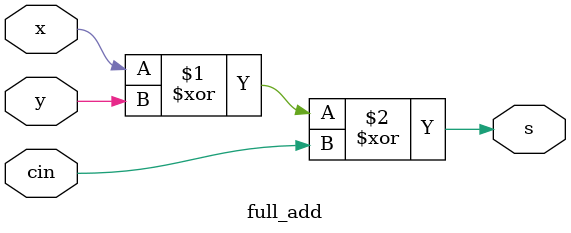
<source format=v>
module processor(clock, reset, ps2_key_pressed, bird_y, pipe1_x, pipe1_y, pipe2_x, pipe2_y, gameover_flag, game_score);

	input clock, reset, ps2_key_pressed;
	
	output [31:0] bird_y, pipe1_x, pipe1_y, pipe2_x, pipe2_y, game_score;
	
	output gameover_flag;
	
	wire [31:0] gameover_flag_long;

	// imem inputs - use this wire for your processor as input to your imem
	wire [31:0] pc;
	
	// dmem inputs - use these wires for your processor as inputs to your dmem
	wire [31:0] dmem_data_in;
	wire [31:0] dmem_address;
	
	
//	output [31:0] debug_data_in;
//	output [11:0] debug_data_address;
	
	// ~~~~~~~~~~~~~~~~~~~~FETCH~~~~~~~~~~~~~~~~~~~~~~~~~~
	
	wire [31:0] pcin;
	wire stall, multdiv_inprogress, dmultordiv;
	register pcreg(clock, ~(multdiv_inprogress | stall | dmultordiv), reset, pcin, pc);
	
	wire [31:0] imemout; 
	// see below for imem instantiation
	
	wire [31:0] FDIRin, FDIRout;
	wire [31:0] fetchstallmuxout;
	wire dobranchjump;
	
	wire [31:0] branchjumppc;
	
	
	wire [31:0] nop;
	assign nop = 32'b0;

	
	wire [31:0] pcplusone;
	
	cla32mult pcincrement(pc, 32'b0, 1'b1, pcplusone);

	mux32bit2to1 pickbranchjumppc(pcplusone, branchjumppc, dobranchjump, pcin);
	
	// F/D pipeline register
	wire [31:0] FDPCin, FDPCout;
	assign FDPCin = pcplusone;
	
	wire didbranchjump;
	dffe branchjumpflush(.d(dobranchjump), .clk(clock), .ena(1'b1), .clrn(~reset), .prn(1'b1), .q(didbranchjump));
	register FDPC(clock, ~(stall | multdiv_inprogress), reset, FDPCin, FDPCout);
	
	wire [31:0] pickflush;
	mux32bit2to1 fetchflush(imemout, nop, didbranchjump, pickflush);
	
	wire [31:0] saveFDIR;
	register saveFDIRstall(clock, 1'b1, reset, imemout, saveFDIR);
	
	wire didstall;
	dffe stallsave(.d(stall), .clk(clock), .ena(1'b1), .clrn(~reset), .prn(1'b1), .q(didstall));
	mux32bit2to1 stallsaveir(pickflush, saveFDIR, didstall, FDIRout);
	
	// ~~~~~~~~~~~~~~~~~~~DECODE~~~~~~~~~~~~~~~~~~~~~~~~~
	
	
	wire [31:0] writeback, DXAin, DXAout, DXBin, DXBout, regAout, regBout;
	wire [4:0] ra, rb, rw;
	wire we;
	regfile registerfile(clock, we, reset, rw, ra, rb, writeback, regAout, regBout, bird_y, pipe1_x, pipe1_y, pipe2_x, pipe2_y, gameover_flag_long, game_score);
	
	assign gameover_flag = gameover_flag_long[0];
	
	dcontrol dctrl(FDIRout, ra, rb, dmultordiv);
	
	wire [31:0] DXIRin, DXIRout;
	wire [31:0] DXPCin, DXPCout;
	mux32bit2to1 decodeflush(FDIRout, nop, dobranchjump | stall, DXIRin);
	
	// Bypassing for decode stage
	
	wire bypassregA, bypassregB;
	mux32bit2to1 pickbypassregA(regAout, writeback, bypassregA, DXAin);
	mux32bit2to1 pickbypassregB(regBout, writeback, bypassregB, DXBin);
	
	assign DXPCin = FDPCout;
	
	// D/X pipeline register
	register DXPC(clock, ~multdiv_inprogress, reset, DXPCin, DXPCout);
	register DXIR(clock, ~multdiv_inprogress, reset, DXIRin, DXIRout);
	register DXA(clock, ~multdiv_inprogress, reset, DXAin, DXAout);
	register DXB(clock, ~multdiv_inprogress, reset, DXBin, DXBout);
	
	// ~~~~~~~~~~~~~~~~~EXECUTE~~~~~~~~~~~~~~~~~~~~~~~~~~~~~
	
	wire itype, bne, blt, j, jr, jal, bex, setx, aluexcept;
	wire [31:0] status;
	wire [4:0] aluop, shamt;
	wire [31:0] N;
	wire [31:0] T;
	
	xcontrol xctrl(DXIRout, itype, aluop, shamt, N, T, bne, blt, j, jr, jal, bex, setx, aluexcept, status);
	
	wire [31:0] pickbypassAout;
	wire [31:0] XMOin, XMOout;
	wire [1:0] bypassA, bypassB;
	
	mux32bit4to1 pickbypassA(DXAout, XMOout, writeback, 32'b0, bypassA, pickbypassAout);
	
	wire [31:0] pickbypassBout;
	mux32bit4to1 pickbypassB(DXBout, XMOout, writeback, 32'b0, bypassB, pickbypassBout);
	
	wire [31:0] pickimmout;
	mux32bit2to1 pickimm(pickbypassBout, N, itype, pickimmout);
	
	wire neq, lt, alu_exception;
	alu alumain(pickbypassAout, pickimmout, aluop, shamt, XMOin, neq, lt, alu_exception, clock, multdiv_inprogress);
		
	assign dobranchjump = (bne & neq) | (blt & lt) | j | jr | jal | bex;
	wire [31:0] pcplusN;
	cla32mult addNtopc(DXPCout, N, 1'b0, pcplusN);
	
	
	// Branch and jumps
	wire [31:0] pickbneout;
	mux32bit2to1 pickbne(DXPCout, pcplusN, neq & bne, pickbneout);
	wire [31:0] pickbltout;
	mux32bit2to1 pickblt(pickbneout, pcplusN, lt & blt, pickbltout);
	wire [31:0] pickjout;
	mux32bit2to1 pickj(pickbltout, T, j, pickjout);
	wire [31:0] pickjalout;
	mux32bit2to1 pickjal(pickjout, T, jal, pickjalout);
	wire [31:0] pickjrout;
	mux32bit2to1 pickjr(pickjalout, pickbypassAout, jr, pickjrout);
	mux32bit2to1 pickbex(pickjrout, T, bex, branchjumppc);
	
	// STATUS stuff
	
	wire [31:0] pickstatusout;
	mux32bit2to1 pickstatus(32'b1, T, setx, pickstatusout);
	register statusreg(clock, setx | alu_exception | ps2_key_pressed, reset | ~ps2_key_pressed, pickstatusout, status); // check if bex is supposed to reset
	
	// X/M pipeline register
	wire [31:0] XMIRin, XMIRout;
	wire [31:0] XMBin, XMBout;
	wire [31:0] XMPCin, XMPCout;
	assign XMIRin = DXIRout;
	assign XMPCin = DXPCout;
	assign XMBin = pickbypassBout;
	register XMPC(clock, ~multdiv_inprogress, reset, XMPCin, XMPCout);
	register XMO(clock, ~multdiv_inprogress, reset, XMOin, XMOout);
	register XMB(clock, ~multdiv_inprogress, reset, XMBin, XMBout);
	register XMIR(clock, ~multdiv_inprogress, reset, XMIRin, XMIRout);
	
	// ~~~~~~~~~~~~~~~~~~~MEMORY~~~~~~~~~~~~~~~~~~~~~~~~~~~~~
	
	wire bypassM;
	
	mux32bit2to1 pickbypassM(XMBout, writeback, bypassM, dmem_data_in);
	assign dmem_address = XMOout;
	
	// see DMEM instantiation below
	wire sw;
	mcontrol mctrl(XMIRout, sw);
	
	// M/W pipeline register
	wire [31:0] MWPCin, MWPCout;
	wire [31:0] MWOin, MWOout;
	wire [31:0] MWDin, MWDout;
	wire [31:0] MWIRin, MWIRout;
	assign MWPCin = XMPCout;
	assign MWIRin = XMIRout;
	assign MWOin = XMOout;
	register MWPC(clock, ~multdiv_inprogress, reset, MWPCin, MWPCout);
	register MWO(clock, ~multdiv_inprogress, reset, MWOin, MWOout);
	register MWIR(clock, ~multdiv_inprogress, reset, MWIRin, MWIRout);
	
	
	// ~~~~~~~~~~~~~~WRITEBACK~~~~~~~~~~~~~~~~~~~~~~~~~~~~
	
	wire lw, jal_inwriteback;
	wire [31:0] pickwritebackOorD;
	wcontrol wctrl(MWIRout, rw, we, lw, jal_inwriteback);
	
	mux32bit2to1 pickwriteback1(MWOout, MWDout, lw, pickwritebackOorD);
	mux32bit2to1 pickwriteback2(pickwritebackOorD, MWPCout, jal_inwriteback, writeback);
	
	// ~~~~~~~~~~~~STALL AND BYPASS CONTROL~~~~~~~~~~~~~~~~~~
	
	bypassstallcontrol bypassstallctrl(FDIRout, DXIRout, XMIRout, MWIRout, bypassA, bypassB, bypassM, bypassregA, bypassregB, stall);
	
//	assign debug_data_in = dmem_data_in;
//	assign debug_data_address = dmem_address[11:0];
	
			
	dmem mydmem(.address(dmem_address[11:0]),
		.clock(clock),
		.data	(dmem_data_in),
		.wren	(sw),
		.q(MWDout)
	);
	
	imem myimem(.address(pc[11:0]),
		.clken(~(stall | multdiv_inprogress | dobranchjump)),
		.clock(clock),
		.q(imemout)
	); 
	
		
endmodule

module bypassstallcontrol(fdir, dxir, xmir, mwir, bypassA, bypassB, bypassM, bypassregA, bypassregB, stall);
	input [31:0] fdir, dxir, xmir, mwir;
	output [1:0] bypassA, bypassB;
	output bypassM, bypassregA, bypassregB, stall;
	wire [4:0] xmir_rd, dxir_rs, dxir_rt, mwir_rd, xmir_opcode, mwir_opcode, dxir_opcode, dxir_rd, fdir_rs, fdir_rt, fdir_rd, fdir_opcode;
	wire xmir_we, mwir_we;
	wire xmir_rtype, xmir_lw, xmir_jal, xmir_addi, xmir_bne, xmir_blt;
	wire mwir_rtype, mwir_lw, mwir_jal, mwir_addi, mwir_bne, mwir_blt;
	wire dxir_rs_equal_xmir_rd, dxir_rs_equal_mwir_rd, dxir_rt_equal_xmir_rd, dxir_rt_equal_mwir_rd, dxir_rd_equal_xmir_rd, dxir_rd_equal_mwir_rd, xmir_rd_equal_mwir_rd, fdir_rs_equal_mwir_rd, fdir_rt_equal_mwir_rd, fdir_rd_equal_mwir_rd;
	wire fdir_rs_equal_dxir_rd, fdir_rt_equal_dxir_rd, fdir_rd_equal_dxir_rd;
	wire dxir_rd_is0, xmir_rd_is0, mwir_rd_is0;
	wire dxir_bne, dxir_blt, fdir_bne, fdir_blt;

	assign fdir_opcode = fdir[31:27];
	assign dxir_opcode = dxir[31:27];
	assign xmir_opcode = xmir[31:27];
	assign mwir_opcode = mwir[31:27];
	assign xmir_rd = xmir[26:22];
	assign mwir_rd = mwir[26:22];
	assign dxir_rs = dxir[21:17];
	assign dxir_rt = dxir[16:12];
	assign dxir_rd = dxir[26:22];
	assign fdir_rs = fdir[21:17];
	assign fdir_rt = fdir[16:12];
	assign fdir_rd = fdir[26:22];
	
	assign dxir_rd_is0 = ~|dxir_rd;
	assign xmir_rd_is0 = ~|xmir_rd;
	assign mwir_rd_is0 = ~|mwir_rd;
	
	assign xmir_rtype = ~|xmir_opcode;
	assign mwir_rtype = ~|mwir_opcode;
	assign xmir_lw = ~xmir_opcode[4] & xmir_opcode[3] & ~xmir_opcode[2] & ~xmir_opcode[1] & ~xmir_opcode[0];
	assign xmir_jal = ~xmir_opcode[4] & ~xmir_opcode[3] & ~xmir_opcode[2] & xmir_opcode[1] & xmir_opcode[0];
	assign xmir_addi = ~xmir_opcode[4] & ~xmir_opcode[3] & xmir_opcode[2] & ~xmir_opcode[1] & xmir_opcode[0];
	assign mwir_lw = ~mwir_opcode[4] & mwir_opcode[3] & ~mwir_opcode[2] & ~mwir_opcode[1] & ~mwir_opcode[0];
	assign mwir_jal = ~mwir_opcode[4] & ~mwir_opcode[3] & ~mwir_opcode[2] & mwir_opcode[1] & mwir_opcode[0];
	assign mwir_addi = ~mwir_opcode[4] & ~mwir_opcode[3] & mwir_opcode[2] & ~mwir_opcode[1] & mwir_opcode[0];
	
	assign dxir_blt = ~dxir_opcode[4] & ~dxir_opcode[3] & dxir_opcode[2] & dxir_opcode[1] & ~dxir_opcode[0];
	assign dxir_bne = ~dxir_opcode[4] & ~dxir_opcode[3] & ~dxir_opcode[2] & dxir_opcode[1] & ~dxir_opcode[0];
	assign dxir_lw = ~dxir_opcode[4] & dxir_opcode[3] & ~dxir_opcode[2] & ~dxir_opcode[1] & ~dxir_opcode[0];
	assign dxir_sw = ~dxir_opcode[4] & ~dxir_opcode[3] & dxir_opcode[2] & dxir_opcode[1] & dxir_opcode[0];
	assign dxir_addi = ~dxir_opcode[4] & ~dxir_opcode[3] & dxir_opcode[2] & ~dxir_opcode[1] & dxir_opcode[0];
	assign dxir_jr = ~dxir_opcode[4] & ~dxir_opcode[3] & dxir_opcode[2] & ~dxir_opcode[1] & ~dxir_opcode[0];
	assign dxir_rtype = ~|dxir_opcode;
	
	assign fdir_blt = ~fdir_opcode[4] & ~fdir_opcode[3] & fdir_opcode[2] & fdir_opcode[1] & ~fdir_opcode[0];
	assign fdir_bne = ~fdir_opcode[4] & ~fdir_opcode[3] & ~fdir_opcode[2] & fdir_opcode[1] & ~fdir_opcode[0];
	assign fdir_lw = ~fdir_opcode[4] & fdir_opcode[3] & ~fdir_opcode[2] & ~fdir_opcode[1] & ~fdir_opcode[0];
	assign fdir_sw = ~fdir_opcode[4] & ~fdir_opcode[3] & fdir_opcode[2] & fdir_opcode[1] & fdir_opcode[0];
	assign fdir_addi = ~fdir_opcode[4] & ~fdir_opcode[3] & fdir_opcode[2] & ~fdir_opcode[1] & fdir_opcode[0];
	assign fdir_jr = ~fdir_opcode[4] & ~fdir_opcode[3] & fdir_opcode[2] & ~fdir_opcode[1] & ~fdir_opcode[0];
	assign fdir_rtype = ~|fdir_opcode;
	
	assign xmir_we = (xmir_rtype | xmir_lw | xmir_jal | xmir_addi) & (|xmir);
	assign mwir_we = (mwir_rtype | mwir_lw | mwir_jal | mwir_addi) & (|mwir);
	
	// for bypass logic
	regselectequal dxir_rs_xmir_rd(dxir_rs, xmir_rd, dxir_rs_equal_xmir_rd);
	regselectequal dxir_rs_mwir_rd(dxir_rs, mwir_rd, dxir_rs_equal_mwir_rd);
	regselectequal dxir_rt_xmir_rd(dxir_rt, xmir_rd, dxir_rt_equal_xmir_rd);
	regselectequal dxir_rt_mwir_rd(dxir_rt, mwir_rd, dxir_rt_equal_mwir_rd);
	regselectequal xmir_rd_mwir_rd(xmir_rd, mwir_rd, xmir_rd_equal_mwir_rd);
	regselectequal dxir_rd_xmir_rd(dxir_rd, xmir_rd, dxir_rd_equal_xmir_rd);
	regselectequal dxir_rd_mwir_rd(dxir_rd, mwir_rd, dxir_rd_equal_mwir_rd);
	regselectequal fdir_rs_mwir_rd(fdir_rs, mwir_rd, fdir_rs_equal_mwir_rd);
	regselectequal fdir_rt_mwir_rd(fdir_rt, mwir_rd, fdir_rt_equal_mwir_rd);
	regselectequal fdir_rd_mwir_rd(fdir_rd, mwir_rd, fdir_rd_equal_mwir_rd);
	
	// for stall logic
	regselectequal fdir_rs_dxir_rd(fdir_rs, dxir_rd, fdir_rs_equal_dxir_rd);
	regselectequal fdir_rt_dxir_rd(fdir_rt, dxir_rd, fdir_rt_equal_dxir_rd);
	regselectequal fdir_rd_dxir_rd(fdir_rd, dxir_rd, fdir_rd_equal_dxir_rd);
	
	wire branchbypassingA[1:0];
	wire regwritebypassingA[1:0];	
	wire branchbypassingB[1:0];
	wire regwritebypassingB[1:0];
	wire lwswbypassingA[1:0];
	wire lwswbypassingB[1:0];
	wire regwritebypassingM;
	wire regwritebypassingregA;
	wire regwritebypassingregB;
	wire branchbypassingregA;
	wire branchbypassingregB;
	wire lwswbypassingregA;
	wire lwswbypassingregB;
	
	wire regwritestall;
	wire branchstall;
	wire lwswstall;
	
	
	// for bypass logic
	assign branchbypassingA[0] = xmir_we & (dxir_bne | dxir_blt | dxir_jr) & dxir_rd_equal_xmir_rd;
	assign branchbypassingA[1] = mwir_we & (dxir_bne | dxir_blt | dxir_jr) & ~dxir_rd_equal_xmir_rd & dxir_rd_equal_mwir_rd;
	assign regwritebypassingA[0] = xmir_we & (dxir_rtype | dxir_addi) & dxir_rs_equal_xmir_rd;
	assign regwritebypassingA[1] = mwir_we & (dxir_rtype | dxir_addi) & ~dxir_rs_equal_xmir_rd & dxir_rs_equal_mwir_rd;
	assign lwswbypassingA[0] = xmir_we & (dxir_lw | dxir_sw) & dxir_rs_equal_xmir_rd;
	assign lwswbypassingA[1] = mwir_we & (dxir_lw | dxir_sw) & ~dxir_rs_equal_xmir_rd & dxir_rs_equal_mwir_rd;

	assign branchbypassingB[0] = xmir_we & (dxir_bne | dxir_blt | dxir_jr) & dxir_rs_equal_xmir_rd;
	assign branchbypassingB[1] = mwir_we & (dxir_bne | dxir_blt | dxir_jr) & ~dxir_rs_equal_xmir_rd & dxir_rs_equal_mwir_rd;
	assign regwritebypassingB[0] = xmir_we & (dxir_rtype | dxir_addi) & dxir_rt_equal_xmir_rd;
	assign regwritebypassingB[1] = mwir_we & (dxir_rtype | dxir_addi) & ~dxir_rt_equal_xmir_rd & dxir_rt_equal_mwir_rd;
	assign lwswbypassingB[0] = xmir_we & (dxir_lw | dxir_sw) & dxir_rd_equal_xmir_rd;
	assign lwswbypassingB[1] = mwir_we & (dxir_lw | dxir_sw) & ~dxir_rd_equal_xmir_rd & dxir_rd_equal_mwir_rd;
	
	assign regwritebypassingM = mwir_we & xmir_rd_equal_mwir_rd; 
	
	assign regwritebypassingregA = mwir_we & (fdir_rtype | fdir_addi) & fdir_rs_equal_mwir_rd;
	assign regwritebypassingregB = mwir_we & (fdir_rtype | fdir_addi) & fdir_rt_equal_mwir_rd;
	assign branchbypassingregA = mwir_we & (fdir_bne | fdir_blt | fdir_jr) & fdir_rd_equal_mwir_rd;
	assign branchbypassingregB = mwir_we & (fdir_bne | fdir_blt | fdir_jr) & fdir_rs_equal_mwir_rd;
	assign lwswbypassingregA = mwir_we & (fdir_lw | fdir_sw) & fdir_rs_equal_mwir_rd;
	assign lwswbypassingregB = mwir_we & (fdir_lw | fdir_sw) & fdir_rd_equal_mwir_rd;
	
	// for stall logic
	assign regwritestall = (fdir_rtype | fdir_addi) & (fdir_rs_equal_dxir_rd | fdir_rt_equal_dxir_rd);
	assign branchstall = (fdir_bne | fdir_blt | fdir_jr) & (fdir_rd_equal_dxir_rd | fdir_rs_equal_dxir_rd);
	assign lwswstall = (fdir_lw | fdir_sw) & (fdir_rs_equal_dxir_rd | fdir_rd_equal_dxir_rd);
	
	
	// for bypass logic
	assign bypassA[0] = (regwritebypassingA[0] | branchbypassingA[0] | lwswbypassingA[0]) & ~xmir_rd_is0;
	assign bypassA[1] = (regwritebypassingA[1] | branchbypassingA[1] | lwswbypassingA[1]) & ~mwir_rd_is0;
	assign bypassB[0] = (regwritebypassingB[0] | branchbypassingB[0] | lwswbypassingB[0]) & ~xmir_rd_is0;
	assign bypassB[1] = (regwritebypassingB[1] | branchbypassingB[1] | lwswbypassingB[1]) & ~mwir_rd_is0;
	assign bypassM = regwritebypassingM & ~mwir_rd_is0;
	assign bypassregA = (regwritebypassingregA | branchbypassingregA | lwswbypassingregA) & ~mwir_rd_is0;
	assign bypassregB = (regwritebypassingregB | branchbypassingregB | lwswbypassingregB) & ~mwir_rd_is0;
	
	// for stall logic
	assign stall = dxir_lw & (regwritestall | branchstall | lwswstall) & ~dxir_rd_is0;
endmodule

module regselectequal(reg1, reg2, isEqual);
	input [4:0] reg1, reg2;
	output isEqual;
	assign isEqual = (reg1[4] ~^ reg2[4]) & (reg1[3] ~^ reg2[3]) &
						  (reg1[2] ~^ reg2[2]) & (reg1[1] ~^ reg2[1]) &
						  (reg1[0] ~^ reg2[0]);
endmodule

module wcontrol(ir, rw, we, lw, jal);
	input [31:0] ir;
	output [4:0] rw;
	output we, lw, jal;
	
	wire [4:0] opcode, rd;
	assign opcode = ir[31:27];
	assign rd = ir[26:22];
	wire rtype, lw_check, jal_check, addi;
	
	assign rtype = ~|opcode;
	assign lw_check = ~opcode[4] & opcode[3] & ~opcode[2] & ~opcode[1] & ~opcode[0];
	assign jal_check = ~opcode[4] & ~opcode[3] & ~opcode[2] & opcode[1] & opcode[0];
	assign addi = ~opcode[4] & ~opcode[3] & opcode[2] & ~opcode[1] & opcode[0];
	
	assign lw = lw_check;
	assign jal = jal_check;
	assign we = (rtype | lw_check | jal_check | addi) & (|ir); // don't activate we on nops
	mux5bit2to1 pickrw(rd, 5'b11111, jal_check, rw);
endmodule

module mcontrol(ir, sw);
	input [31:0] ir;
	output sw;
	wire [4:0] opcode;
	
	assign opcode = ir[31:27];
	assign sw = ~opcode[4] & ~opcode[3] & opcode[2] & opcode[1] & opcode[0];
endmodule

module xcontrol(ir, itype, aluop, shamt, N, T, bne, blt, j, jr, jal, bex, setx, aluexcept, status);
	input [31:0] ir, status;
	input aluexcept;
	output [4:0] aluop, shamt;
	output [31:0] N;
	output [31:0] T;
	output itype, bne, blt, j, jr, jal, bex, setx;
	wire [4:0] opcode;
	wire addi, sw, lw, bne_check, blt_check, rtype;
	
	// Sign extension
	genvar i;
	generate
		for(i = 17; i < 32; i = i + 1) begin: make_N
			assign N[i] = ir[16];
		end
	endgenerate
	assign N[16:0] = ir[16:0];
	
	
	// Zero extension
	genvar k;
	generate
		for(k = 27; k < 32; k = k + 1) begin: make_T
			assign T[k] = 1'b0;
		end
	endgenerate
	assign T[26:0] = ir[26:0];
	
	assign shamt = ir[11:7];
	assign opcode = ir[31:27];
	
	assign bne_check = ~opcode[4] & ~opcode[3] & ~opcode[2] & opcode[1] & ~opcode[0];
	assign blt_check = ~opcode[4] & ~opcode[3] & opcode[2] & opcode[1] & ~opcode[0];
	assign j = ~opcode[4] & ~opcode[3] & ~opcode[2] & ~opcode[1] & opcode[0];
	assign jr = ~opcode[4] & ~opcode[3] & opcode[2] & ~opcode[1] & ~opcode[0];
	assign jal = ~opcode[4] & ~opcode[3] & ~opcode[2] & opcode[1] & opcode[0];
	assign bex_comm = opcode[4] & ~opcode[3] & opcode[2] & opcode[1] & ~opcode[0];
	assign setx = opcode[4] & ~opcode[3] & opcode[2] & ~opcode[1] & opcode[0];
	assign addi = ~opcode[4] & ~opcode[3] & opcode[2] & ~opcode[1] & opcode[0];
	assign sw = ~opcode[4] & ~opcode[3] & opcode[2] & opcode[1] & opcode[0];
	assign lw = ~opcode[4] & opcode[3] & ~opcode[2] & ~opcode[1] & ~opcode[0];
	
	assign bex = bex_comm & (|status);
	
	assign bne = bne_check;
	assign blt = blt_check;
	assign itype = addi | sw | lw;
	assign rtype = ~|opcode;
	
	wire [4:0] pickaluop1;
	mux5bit2to1 pickaluop1mux(5'b00000, 5'b00001, bne_check | blt_check, pickaluop1);
	mux5bit2to1 pickaluop2mux(pickaluop1, ir[6:2], rtype, aluop);
endmodule

module dcontrol(ir, ra, rb, multordiv);
	input [31:0] ir;
	output [4:0] ra, rb;
	output multordiv;
	
	wire [4:0] opcode;
	wire [4:0] aluop;
	wire [4:0] rs, rt, rd;
	wire rtype, sw, lw, addi, mul, div;
	
	assign opcode = ir[31:27];
	assign rd = ir[26:22];
	assign rs = ir[21:17];
	assign rt = ir[16:12];
	assign aluop = ir[6:2];
	
	assign rtype = ~|opcode;
	assign sw = ~opcode[4] & ~opcode[3] & opcode[2] & opcode[1] & opcode[0];
	assign lw = ~opcode[4] & opcode[3] & ~opcode[2] & ~opcode[1] & ~opcode[0];
	assign addi = ~opcode[4] & ~opcode[3] & opcode[2] & ~opcode[1] & opcode[0];
	assign mul = rtype & ~aluop[4] & ~aluop[3] & aluop[2] & aluop[1] & ~aluop[0];
	assign div = rtype & ~aluop[4] & ~aluop[3] & aluop[2] & aluop[1] & aluop[0];
	assign multordiv = mul | div;
	
	mux5bit2to1 pickra(rd, rs, rtype | addi | sw | lw, ra);
	wire [4:0] pickrb1;
	mux5bit2to1 pickrb1mux(rs, rt, rtype | addi, pickrb1);
	mux5bit2to1 pickrbmux(pickrb1, rd, sw, rb);
endmodule

module alu(data_operandA, data_operandB, ctrl_ALUopcode, ctrl_shiftamt, 
					data_result, isNotEqual, isLessThan, alu_exception, clock, multdiv_inprogress);
   input[31:0] data_operandA, data_operandB;
   input[4:0] ctrl_ALUopcode, ctrl_shiftamt;
	input clock;
   output[31:0] data_result;
   output isNotEqual, isLessThan, multdiv_inprogress, alu_exception;
	
	wire overflow, multdiv_exception, multdiv_rdy;
	
	wire sub;
	wire[31:0] neg_data_operandB, addinB, andout, orout, sllout, sraout, addsubout;

	
	assign sub = ~ctrl_ALUopcode[2] & ~ctrl_ALUopcode[1] & ctrl_ALUopcode[0];
	
	inverter32bit i2(data_operandB, neg_data_operandB);
	mux32bit2to1 mux1(data_operandB, neg_data_operandB, sub, addinB);
	
	sll shift1(data_operandA, ctrl_shiftamt, sllout);
	sra shift2(data_operandA, ctrl_shiftamt, sraout);
	
	cla_32bit add1(data_operandA, addinB, sub, addsubout, overflow, andout, orout);
	
	wire opcodemult, opcodediv, multordiv;
	assign opcodemult = ctrl_ALUopcode[2] & ctrl_ALUopcode[1] & ~ctrl_ALUopcode[0];
	assign opcodediv = ctrl_ALUopcode[2] & ctrl_ALUopcode[1] & ctrl_ALUopcode[0];
	assign multordiv = opcodemult | opcodediv;
	
	wire [31:0] multdiv_result;
	wire opinprogress;
	multdiv muldiv1(data_operandA, data_operandB, opcodemult & ~opinprogress, opcodediv & ~opinprogress, clock, multdiv_result, multdiv_exception, multdiv_rdy);
	
	dffe initonce(.d(multdiv_inprogress), .clk(clock), .prn(1'b1), .clrn(~multdiv_rdy), .ena(1'b1), .q(opinprogress));
	dffe progresscheck(.d(multdiv_inprogress), .clk(clock), .prn(~multordiv), .clrn(~multdiv_rdy), .ena(1'b1), .q(multdiv_inprogress));
	
	mux32bit8to1 mux2(addsubout, addsubout, andout, orout, sllout, sraout, multdiv_result, multdiv_result, ctrl_ALUopcode[2:0], data_result);
	
	or o1(isNotEqual, data_result[0], data_result[1], data_result[2], data_result[3], data_result[4], data_result[5], data_result[6], data_result[7], data_result[8], data_result[9], data_result[10], data_result[11], data_result[12], data_result[13], data_result[14], data_result[15], data_result[16], data_result[17], data_result[18], data_result[19], data_result[20], data_result[21], data_result[22], data_result[23], data_result[24], data_result[25], data_result[26], data_result[27], data_result[28], data_result[29], data_result[30], data_result[31]);
	
	assign isLessThan = data_result[31];
	
	assign alu_exception = overflow | multdiv_exception;

endmodule

module multdiv(data_operandA, data_operandB, ctrl_MULT, ctrl_DIV, 
							clock, data_result, data_exception, data_resultRDY);
   input [31:0] data_operandA;
   input [31:0] data_operandB;
   input ctrl_MULT, ctrl_DIV, clock;             
   output [31:0] data_result; 
   output data_exception, data_resultRDY;
	
	wire [31:0] multresult, divresult;
	wire multexcept, divexcept, multrdy, divrdy;
	
	mult m(data_operandA, data_operandB, clock, multresult, multrdy, multexcept, ctrl_MULT); 
	div d(data_operandA, data_operandB, clock, divresult, divrdy, divexcept, ctrl_DIV);
	
	wire multdiv;
	dffe multdivcheck(.d(multdiv), .clk(clock), .clrn(~ctrl_MULT), .prn(~ctrl_DIV), .ena(clock), .q(multdiv));
	
	wire [31:0] result;
	wire except, rdy;
	mux32bit2to1 pickresult(multresult, divresult, multdiv, result);
	mux1bit2to1 pickexcept(multexcept, divexcept, multdiv, except);
	mux1bit2to1 pickrdy(multrdy, divrdy, multdiv, rdy);
	
	//Latch ready, except, and result so they are all ready simultaneously
	dffe readyreg(.d(rdy), .clk(clock), .clrn(1'b1), .prn(1'b1), .ena(1'b1), .q(data_resultRDY));
	dffe exceptreg(.d(except), .clk(clock), .clrn(1'b1), .prn(1'b1), .ena(rdy), .q(data_exception));
	register resultreg(clock, rdy, 1'b0, result, data_result);
endmodule

module div(a, b, clock, result, rdy, except, ctrl);
	input [31:0] a, b;
	input clock, ctrl;
	output [31:0] result;
	output rdy, except;
	
	wire [5:0] count;
	up_counter counter(count, 1'b1, clock, ctrl);
	
	wire dividend_neg;
	dffe dividend_negcheck(.d(a[31]), .clk(clock), .clrn(1'b1), .prn(1'b1), .ena(ctrl), .q(dividend_neg));
	
	wire divisor_neg;
	dffe divisor_negcheck(.d(b[31]), .clk(clock), .clrn(1'b1), .prn(1'b1), .ena(ctrl), .q(divisor_neg));
	
	wire [31:0] nega;
	negator negatea(a, nega);
	
	wire [31:0] picknegaout;
	mux32bit2to1 picknega(a, nega, a[31], picknegaout);
	
	wire [31:0] negb;
	negator negateb(b, negb);
	
	wire [31:0] picknegbout;
	mux32bit2to1 picknegb(b, negb, b[31], picknegbout);
	
	wire [31:0] divisorout;
	register divisor(clock, ctrl, 1'b0, picknegbout, divisorout);
	
	wire [31:0] invertout;
	inverter32bit invertb(divisorout, invertout);
	
	wire [31:0] subout;
	wire [63:0] sllout;
	cla32mult subber(sllout[63:32], invertout, 1'b1, subout);
	
	wire restore;
	assign restore = subout[31];
	wire [31:0] pickrestoreout;
	mux32bit2to1 pickrestore(subout, sllout[63:32], restore, pickrestoreout);
	
	wire [31:0] remhighout;
	register remhigh(clock, clock, ctrl, pickrestoreout, remhighout);
	
	wire [31:0] pickremlowout;
	mux32bit2to1 pickremlow(sllout[31:0], picknegaout, ctrl, pickremlowout);
	
	wire [31:0] remlowout;
	register remlow(clock, clock, 1'b0, pickremlowout, remlowout);

	sll_mult shifter(remhighout, remlowout, sllout);
	
	wire [31:0] quotout;
	wire [31:0] quotin;
	register quotient(clock, clock, ctrl, quotin, quotout);
	assign quotin = {quotout[30:0], ~restore};
	
	wire [31:0] negquotout;
	negator negatequot(quotout, negquotout);
	
	wire diffsigns;
	xor signs(diffsigns, dividend_neg, divisor_neg);
	
	mux32bit2to1 picknegresult(quotout, negquotout, diffsigns, result);

	and checkcount32(rdy, count[5], ~count[4], ~count[3], ~count[2], ~count[1], ~count[0]);

	assign except = ~|divisorout;

endmodule

module mult(a, b, clock, result, rdy, except, ctrl);
	input [31:0] a, b;
	input clock, ctrl;
	output [31:0] result;
	output rdy, except;
	
	wire [5:0] count;
	up_counter counter(count, 1'b1, clock, ctrl);
	
	wire multiplier_neg;
	dffe multiplier_negcheck(.d(b[31]), .clk(clock), .clrn(1'b1), .prn(1'b1), .ena(ctrl), .q(multiplier_neg));
	
	wire [31:0] nega;
	negator negatea(a, nega);
	
	wire [31:0] picknegaout;
	mux32bit2to1 picknega(a, nega, a[31], picknegaout);
	
	wire multiplicand_neg;
	dffe multiplicand_negcheck(.d(a[31]), .clk(clock), .clrn(1'b1), .prn(1'b1), .ena(ctrl), .q(multiplicand_neg));
	
	wire [31:0] multiplicand;
	register multiplicandreg(clock, ctrl, 1'b0, picknegaout, multiplicand);
	
	wire [31:0] addout;
	wire [31:0] prodhighout;
	cla32mult adder(prodhighout, multiplicand, 1'b0, addout);
	
	wire [31:0] prodlowout;
	wire [31:0] pickaddout;
	mux32bit2to1 pickadd(prodhighout, addout, prodlowout[0], pickaddout);
	
	wire [63:0] shiftout;
	sra_mult shiftresult(pickaddout, prodlowout, shiftout);
	
	register producthigh(clock, clock, ctrl, shiftout[63:32], prodhighout);
	
	wire [31:0] negb;
	negator negateb(b, negb);
	
	wire [31:0] picknegbout;
	mux32bit2to1 picknegb(b, negb, b[31], picknegbout);
	
	wire [31:0] pickprodlowout;
	mux32bit2to1 pickprodlow(shiftout[31:0], picknegbout, ctrl, pickprodlowout);
	
	register productlow(clock, clock, 1'b0, pickprodlowout, prodlowout);
	
	wire [31:0] negprodlowout;
	negator negprodlow(prodlowout, negprodlowout);
	
	wire diffsigns;
	xor signs(diffsigns, multiplicand_neg, multiplier_neg);
	
	mux32bit2to1 pickresult(prodlowout, negprodlowout, diffsigns, result);

	assign except = |prodhighout | (prodlowout[31] & |prodlowout[30:0]) | (~diffsigns & prodlowout[31]);

	and checkcount32(rdy, count[5], ~count[4], ~count[3], ~count[2], ~count[1], ~count[0]);
	
	
endmodule



module up_counter(out,enable,clk,reset);
	output [5:0] out;
	input enable, clk, reset;
	reg [5:0] out = 6'd0;
	always @(posedge clk or posedge reset)
		if (reset) begin
		  out <= 6'd0;
		end 
		else if (enable) begin
			// increment out
			case(out)
				6'd0: out <= 6'd1;
				6'd1: out <= 6'd2;
				6'd2: out <= 6'd3;
				6'd3: out <= 6'd4;
				6'd4: out <= 6'd5;
				6'd5: out <= 6'd6;
				6'd6: out <= 6'd7;
				6'd7: out <= 6'd8;
				6'd8: out <= 6'd9;
				6'd9: out <= 6'd10;
				6'd10: out <= 6'd11;
				6'd11: out <= 6'd12;
				6'd12: out <= 6'd13;
				6'd13: out <= 6'd14;
				6'd14: out <= 6'd15;
				6'd15: out <= 6'd16;
				6'd16: out <= 6'd17;
				6'd17: out <= 6'd18;
				6'd18: out <= 6'd19;
				6'd19: out <= 6'd20;
				6'd20: out <= 6'd21;
				6'd21: out <= 6'd22;
				6'd22: out <= 6'd23;
				6'd23: out <= 6'd24;
				6'd24: out <= 6'd25;
				6'd25: out <= 6'd26;
				6'd26: out <= 6'd27;
				6'd27: out <= 6'd28;
				6'd28: out <= 6'd29;
				6'd29: out <= 6'd30;
				6'd30: out <= 6'd31;
				6'd31: out <= 6'd32;
				6'd32: out <= 6'd33;
			endcase
		end
endmodule

module negator(in, out);
	input [31:0] in;
	output [31:0] out;
	
	wire [31:0] inverted;
	inverter32bit invert(in, inverted);
	cla32mult negate(inverted, 32'b0, 1'b1, out);
endmodule

module sra_mult(upper, lower, out);
	input [31:0] upper, lower;
	output [63:0] out;
	wire [63:0] in;
	
	assign in = {upper, lower};
	assign out = {in[63], in[63:1]};
endmodule

module sll_mult(upper, lower, out);
	input [31:0] upper, lower;
	output [63:0] out;
	wire [63:0] in;
	
	assign in = {upper, lower};
	assign out = {in[62:0], 1'b0};
endmodule

module regfile(clock, ctrl_writeEnable, ctrl_reset, ctrl_writeReg, 
ctrl_readRegA, ctrl_readRegB, data_writeReg, data_readRegA, data_readRegB, bird_y, pipe1_x, pipe1_y, pipe2_x, pipe2_y, gameover_flag_long, game_score);
	input clock, ctrl_writeEnable, ctrl_reset;
   input[4:0] ctrl_writeReg, ctrl_readRegA, ctrl_readRegB;
   input[31:0] data_writeReg;
   output[31:0] data_readRegA, data_readRegB;
	wire writeEn[0:31];
	wire[31:0] readOut[0:31];
	wire[31:0] readOutA[0:31];
	wire[31:0] readOutB[0:31];
	wire[31:0] ctrl_write_decoded;
	wire[31:0] ctrl_readA_decoded;
	wire[31:0] ctrl_readB_decoded;
	
	output[31:0] bird_y, pipe1_x, pipe1_y, pipe2_x, pipe2_y, gameover_flag_long, game_score;
	
	fiveto32decoder rw(.ctrl(ctrl_writeReg), .onehot(ctrl_write_decoded));
	fiveto32decoder ra(.ctrl(ctrl_readRegA), .onehot(ctrl_readA_decoded));
	fiveto32decoder rb(.ctrl(ctrl_readRegB), .onehot(ctrl_readB_decoded));
	
	wire resets[0:31];
	assign resets[0] = 1'b1; // Hardcoding $r0 = 0
	assign writeEn[0] = 1'b0; // Hardcoding no write enable for register 0
	
	genvar j;
	generate
		for(j = 1; j < 32; j = j + 1) begin: make_resets
			assign resets[j] = ctrl_reset;
			assign writeEn[j] = ctrl_write_decoded[j] & ctrl_writeEnable;
		end
	endgenerate
	
	genvar i;
	generate
		for(i = 0; i < 32; i = i + 1) begin: make_ctrl
			assign data_readRegA = ctrl_readA_decoded[i] ? readOutA[i] : 32'bZ;
			assign data_readRegB = ctrl_readB_decoded[i] ? readOutB[i] : 32'bZ;
			assign readOutA[i] = readOut[i];
			assign readOutB[i] = readOut[i];
			
			register onereg(.clock(clock), .ctrl_writeEnable(writeEn[i]),
			.ctrl_reset(resets[i]), .writeIn(data_writeReg), .readOut(readOut[i]));		
		end
	endgenerate
	
	assign bird_y = readOut[1];
	assign pipe1_x = readOut[2];
	assign pipe1_y = readOut[3];
	assign pipe2_x = readOut[4];
	assign pipe2_y = readOut[5];
	assign gameover_flag_long = readOut[10];
	assign game_score = readOut[11];
endmodule

module register(clock, ctrl_writeEnable, ctrl_reset, writeIn, readOut);
	
	input[31:0] writeIn;
	input clock, ctrl_writeEnable, ctrl_reset;
	output[31:0] readOut;
	
	assign clrn = ~ctrl_reset;

	
	genvar i;
	generate
		for(i = 0; i < 32; i = i + 1) begin: make_dffe			
			dffe dffe_bit(.d(writeIn[i]), .clk(clock), .clrn(clrn), .prn(1'b1), .ena(ctrl_writeEnable), .q(readOut[i]));
		end
	endgenerate	
endmodule

module fiveto32decoder(ctrl, onehot);
	input[4:0] ctrl;
	output[31:0] onehot;
	wire[3:0] enables;
	
	twoto4decoder a(.ctrl(ctrl[4:3]), .onehot(enables));
	threeto8decoder b1(.ctrl(ctrl[2:0]), .onehot(onehot[7:0]), .ena(enables[0]));
	threeto8decoder b2(.ctrl(ctrl[2:0]), .onehot(onehot[15:8]), .ena(enables[1]));
	threeto8decoder b3(.ctrl(ctrl[2:0]), .onehot(onehot[23:16]), .ena(enables[2]));
	threeto8decoder b4(.ctrl(ctrl[2:0]), .onehot(onehot[31:24]), .ena(enables[3]));
endmodule

module threeto8decoder(ctrl, onehot, ena);
	input ena;
	input[2:0] ctrl;
	output[7:0] onehot;
	
	assign onehot[0] = ~ctrl[2] & ~ctrl[1] & ~ctrl[0] & ena;
	assign onehot[1] = ~ctrl[2] & ~ctrl[1] & ctrl[0] & ena;
	assign onehot[2] = ~ctrl[2] & ctrl[1] & ~ctrl[0] & ena;
	assign onehot[3] = ~ctrl[2] & ctrl[1] & ctrl[0] & ena;
	assign onehot[4] = ctrl[2] & ~ctrl[1] & ~ctrl[0] & ena;
	assign onehot[5] = ctrl[2] & ~ctrl[1] & ctrl[0] & ena;
	assign onehot[6] = ctrl[2] & ctrl[1] & ~ctrl[0] & ena;
	assign onehot[7] = ctrl[2] & ctrl[1] & ctrl[0] & ena;
endmodule

module twoto4decoder(ctrl, onehot);
	input[1:0] ctrl;
	output[3:0] onehot;
	
	assign onehot[0] = ~ctrl[1] & ~ctrl[0];
	assign onehot[1] = ~ctrl[1] & ctrl[0];
	assign onehot[2] = ctrl[1] & ~ctrl[0];
	assign onehot[3] = ctrl[1] & ctrl[0];
endmodule

module sll(in, shamt, out);
	input[31:0] in;
	input[4:0] shamt;
	output[31:0] out;
	wire[31:0] out16, out8, out4, out2, out1, mux16, mux8, mux4, mux2;
	
	sll16 s1(in, out16);
	mux32bit2to1 m1(in, out16, shamt[4], mux16);
	
	sll8 s2(mux16, out8);
	mux32bit2to1 m2(mux16, out8, shamt[3], mux8);
	
	sll4 s3(mux8, out4);
	mux32bit2to1 m3(mux8, out4, shamt[2], mux4);
	
	sll2 s4(mux4, out2);
	mux32bit2to1 m4(mux4, out2, shamt[1], mux2);
	
	sll1 s5(mux2, out1);
	mux32bit2to1 m5(mux2, out1, shamt[0], out);
endmodule

module sra(in, shamt, out);
	input[31:0] in;
	input[4:0] shamt;
	output[31:0] out;
	wire[31:0] out16, out8, out4, out2, out1, mux16, mux8, mux4, mux2;
	
	sra16 s1(in, out16);
	mux32bit2to1 m1(in, out16, shamt[4], mux16);
	
	sra8 s2(mux16, out8);
	mux32bit2to1 m2(mux16, out8, shamt[3], mux8);
	
	sra4 s3(mux8, out4);
	mux32bit2to1 m3(mux8, out4, shamt[2], mux4);
	
	sra2 s4(mux4, out2);
	mux32bit2to1 m4(mux4, out2, shamt[1], mux2);
	
	sra1 s5(mux2, out1);
	mux32bit2to1 m5(mux2, out1, shamt[0], out);
endmodule

module sll1(in, out);
	input[31:0] in;
	output[31:0] out;
	
	assign out[0] = 1'b0;
	genvar i;
	generate
		for(i = 1; i < 32; i = i+1) begin: shift
			assign out[i] = in[i-1];
		end
	endgenerate
endmodule

module sra1(in, out);
	input[31:0] in;
	output[31:0] out;
	
	assign out[31] = in[31];
	genvar i;
	generate
		for(i = 0; i < 31; i = i+1) begin: shift
			assign out[i] = in[i+1];
		end
	endgenerate
endmodule

module sll2(in, out);
	input[31:0] in;
	output[31:0] out;
	
	assign out[1:0] = 2'b00;
	genvar i;
	generate
		for(i = 2; i < 32; i = i+1) begin: shift
			assign out[i] = in[i-2];
		end
	endgenerate
endmodule

module sra2(in, out);
	input[31:0] in;
	output[31:0] out;
	
	assign out[31] = in[31];
	assign out[30] = in[31];
	genvar i;
	generate
		for(i = 0; i < 30; i = i+1) begin: shift
			assign out[i] = in[i+2];
		end
	endgenerate
endmodule

module sll4(in, out);
	input[31:0] in;
	output[31:0] out;
	
	assign out[3:0] = 4'b0000;
	genvar i;
	generate
		for(i = 4; i < 32; i = i+1) begin: shift
			assign out[i] = in[i-4];
		end
	endgenerate
endmodule

module sra4(in, out);
	input[31:0] in;
	output[31:0] out;
	
	assign out[31] = in[31];
	assign out[30] = in[31];
	assign out[29] = in[31];
	assign out[28] = in[31];
	genvar i;
	generate
		for(i = 0; i < 28; i = i+1) begin: shift
			assign out[i] = in[i+4];
		end
	endgenerate
endmodule

module sll8(in, out);
	input[31:0] in;
	output[31:0] out;
	
	assign out[7:0] = 8'b00000000;
	genvar i;
	generate
		for(i = 8; i < 32; i = i+1) begin: shift
			assign out[i] = in[i-8];
		end
	endgenerate
endmodule

module sra8(in, out);
	input[31:0] in;
	output[31:0] out;
	
	assign out[31] = in[31];
	assign out[30] = in[31];
	assign out[29] = in[31];
	assign out[28] = in[31];
	assign out[27] = in[31];
	assign out[26] = in[31];
	assign out[25] = in[31];
	assign out[24] = in[31];
	genvar i;
	generate
		for(i = 0; i < 24; i = i+1) begin: shift
			assign out[i] = in[i+8];
		end
	endgenerate
endmodule

module sll16(in, out);
	input[31:0] in;
	output[31:0] out;
	
	assign out[15:0] = 16'b0000000000000000;
	genvar i;
	generate
		for(i = 16; i < 32; i = i+1) begin: shift
			assign out[i] = in[i-16];
		end
	endgenerate
endmodule

module sra16(in, out);
	input[31:0] in;
	output[31:0] out;
	
	assign out[31] = in[31];
	assign out[30] = in[31];
	assign out[29] = in[31];
	assign out[28] = in[31];
	assign out[27] = in[31];
	assign out[26] = in[31];
	assign out[25] = in[31];
	assign out[24] = in[31];
	assign out[23] = in[31];
	assign out[22] = in[31];
	assign out[21] = in[31];
	assign out[20] = in[31];
	assign out[19] = in[31];
	assign out[18] = in[31];
	assign out[17] = in[31];
	assign out[16] = in[31];
	genvar i;
	generate
		for(i = 0; i < 16; i = i+1) begin: shift
			assign out[i] = in[i+16];
		end
	endgenerate
endmodule

module inverter5bit(in, out);
	input[4:0] in;
	output[4:0] out;
	
	genvar i;
	generate
		for(i = 0; i < 5; i = i+1) begin: make_not
			not n1(out[i], in[i]);
		end
	endgenerate	
endmodule

module inverter32bit(in, out);
	input[31:0] in;
	output[31:0] out;
	
	genvar i;
	generate
		for(i = 0; i < 32; i = i+1) begin: make_not
			not n1(out[i], in[i]);
		end
	endgenerate
endmodule

module mux1bit2to1(in0, in1, select, out);
	input in0, in1, select;
	output out;
	wire notsel, choose0, choose1;
	
	not not1(notsel, select);
	and and1(choose0, in0, notsel);
	and and2(choose1, in1, select);
	or or1(out, choose0, choose1);
endmodule

module mux3bit2to1(in0, in1, select, out);
	input[2:0] in0, in1;
	input select;
	output[2:0] out;
	
	genvar i;
	generate
		for(i = 0; i < 3; i = i+1) begin:make_mux
			mux1bit2to1 m1(in0[i], in1[i], select, out[i]);
		end
	endgenerate
endmodule

module mux5bit2to1(in0, in1, select, out);
	input[4:0] in0, in1;
	input select;
	output[4:0] out;
	
	genvar i;
	generate
		for(i = 0; i < 5; i = i+1) begin:make_mux
			mux1bit2to1 m1(in0[i], in1[i], select, out[i]);
		end
	endgenerate
endmodule

module mux32bit2to1(in0, in1, select, out);
	input[31:0] in0, in1;
	input select;
	output[31:0] out;
	
	genvar i;
	generate
		for(i = 0; i < 32; i = i+1) begin:make_mux
			mux1bit2to1 m1(in0[i], in1[i], select, out[i]);
		end
	endgenerate
endmodule

module mux32bit4to1(in0, in1, in2, in3, select, out);
	input [31:0] in0, in1, in2, in3;
	input [1:0] select;
	output [31:0] out;
	wire [31:0] mux0, mux1;
	
	mux32bit2to1 m0(in0, in1, select[0], mux0);
	mux32bit2to1 m1(in2, in3, select[0], mux1);
	
	mux32bit2to1 m3(mux0, mux1, select[1], out);
endmodule

module mux32bit8to1(in0, in1, in2, in3, in4, in5, in6, in7, select, out);
	input[31:0] in0, in1, in2, in3, in4, in5, in6, in7;
	input[2:0] select;
	output[31:0] out;
	wire[31:0] mux0, mux1, mux2, mux3, mux4, mux5;
	
	mux32bit2to1 m0(in0, in1, select[0], mux0);
	mux32bit2to1 m1(in2, in3, select[0], mux1);
	mux32bit2to1 m2(in4, in5, select[0], mux2);
	mux32bit2to1 m3(in6, in7, select[0], mux3);
	
	mux32bit2to1 m4(mux0, mux1, select[1], mux4);
	mux32bit2to1 m5(mux2, mux3, select[1], mux5);
	
	mux32bit2to1 m6(mux4, mux5, select[2], out);
endmodule

module cla32mult(x, y, cin, s);
	input[31:0] x, y;
	input cin;
	output[31:0] s;
	
	wire[31:0] p;
	wire[31:0] g;
	wire[2:0] bigG;
	wire[2:0] bigP;
	wire cla[3:0];
	wire couts[3:0];
	
	genvar i;
	generate
		for (i = 0; i < 32; i = i+1) begin: make_pg
			or o1(p[i], x[i], y[i]);
			and a1(g[i], x[i], y[i]);
		end
	endgenerate
	
	big_g bg1(bigG[0], p[7:0], g[7:0]);
	big_p bp1(bigP[0], p[7:0]);
	big_g bg2(bigG[1], p[15:8], g[15:8]);
	big_p bp2(bigP[1], p[15:8]);
	big_g bg3(bigG[2], p[23:16], g[23:16]);
	big_p bp3(bigP[2], p[23:16]);

	
	assign cla[0] = cin;
	cla1 c1(cla[1], bigG[0], bigP[0], cin);
	cla2 c2(cla[2], bigG[1:0], bigP[1:0], cin);
	cla3 c3(cla[3], bigG[2:0], bigP[2:0], cin);
	wire [3:0] overflows;
	
	cla_8bit m1(x[7:0], y[7:0], cla[0], s[7:0], couts[0], p[7:0], g[7:0], overflows[0]);
	cla_8bit m2(x[15:8], y[15:8], cla[1], s[15:8], couts[1], p[15:8], g[15:8], overflows[1]);
	cla_8bit m3(x[23:16], y[23:16], cla[2], s[23:16], couts[2], p[23:16], g[23:16], overflows[2]);
	cla_8bit m4(x[31:24], y[31:24], cla[3], s[31:24], couts[3], p[31:24], g[31:24], overflows[3]);	

endmodule


module cla_32bit(x, y, cin, s, overflow, andout, orout);
	input[31:0] x, y;
	input cin;
	output[31:0] s;
	output overflow;
	output[31:0] andout;
	output[31:0] orout;
	
	wire[31:0] p;
	wire[31:0] g;
	wire[2:0] bigG;
	wire[2:0] bigP;
	wire cla[3:0];
	wire couts[3:0];
	
	genvar i;
	generate
		for (i = 0; i < 32; i = i+1) begin: make_pg
			or o1(p[i], x[i], y[i]);
			and a1(g[i], x[i], y[i]);
			assign orout[i] = p[i];
			assign andout[i] = g[i];
		end
	endgenerate
	
	big_g bg1(bigG[0], p[7:0], g[7:0]);
	big_p bp1(bigP[0], p[7:0]);
	big_g bg2(bigG[1], p[15:8], g[15:8]);
	big_p bp2(bigP[1], p[15:8]);
	big_g bg3(bigG[2], p[23:16], g[23:16]);
	big_p bp3(bigP[2], p[23:16]);

	
	assign cla[0] = cin;
	cla1 c1(cla[1], bigG[0], bigP[0], cin);
	cla2 c2(cla[2], bigG[1:0], bigP[1:0], cin);
	cla3 c3(cla[3], bigG[2:0], bigP[2:0], cin);
	
	wire [2:0] overflows;
	
	cla_8bit m1(x[7:0], y[7:0], cla[0], s[7:0], couts[0], p[7:0], g[7:0], overflows[0]);
	cla_8bit m2(x[15:8], y[15:8], cla[1], s[15:8], couts[1], p[15:8], g[15:8], overflows[1]);
	cla_8bit m3(x[23:16], y[23:16], cla[2], s[23:16], couts[2], p[23:16], g[23:16], overflows[2]);
	cla_8bit m4(x[31:24], y[31:24], cla[3], s[31:24], couts[3], p[31:24], g[31:24], overflow);	
	
endmodule

module big_g(bigG, p, g);
	input[7:0] p, g;
	output bigG;
	wire w[6:0];
	
	and a1(w[0], p[7], g[6]);
	and a2(w[1], p[7], p[6], g[5]);
	and a3(w[2], p[7], p[6], p[5], g[4]);
	and a4(w[3], p[7], p[6], p[5], p[4], g[3]);
	and a5(w[4], p[7], p[6], p[5], p[4], p[3], g[2]);
	and a6(w[5], p[7], p[6], p[5], p[4], p[3], p[2], g[1]);
	and a7(w[6], p[7], p[6], p[5], p[4], p[3], p[2], p[1], g[0]);
	or o1(bigG, g[7], w[0], w[1], w[2], w[3], w[4], w[5], w[6]);
endmodule

module big_p(bigP, p);
	input[7:0] p;
	output bigP;
	
	and a1(bigP, p[7], p[6], p[5], p[4], p[3], p[2], p[1], p[0]);
endmodule


module cla_8bit(x, y, cin, s, cout, p, g, overflow);
	input[7:0] x, y;
	input cin;
	output[7:0] s;
	output cout, overflow;	
	input[7:0] p;
	input[7:0] g;
	
	wire cla[7:0];
	
	
	assign cla[0] = cin;
	cla1 c1(cla[1], g[0], p[0], cin);
	cla2 c2(cla[2], g[1:0], p[1:0], cin);
	cla3 c3(cla[3], g[2:0], p[2:0], cin);
	cla4 c4(cla[4], g[3:0], p[3:0], cin);
	cla5 c5(cla[5], g[4:0], p[4:0], cin);
	cla6 c6(cla[6], g[5:0], p[5:0], cin);
	cla7 c7(cla[7], g[6:0], p[6:0], cin);
	cla8 c8(cout, g[7:0], p[7:0], cin);
	
	genvar i;
	generate
		for (i = 0; i < 8; i = i+1) begin: make_add
			full_add adder1(.x(x[i]), .y(y[i]), .cin(cla[i]), .s(s[i]));
		end
	endgenerate
	
	xor overflowcheck(overflow, cout, cla[7]);
			
endmodule

module cla1(cla, g, p, cin);
	input g;
	input p;
	input cin;
	output cla;
	wire w;
	
	and a1(w, p, cin);
	or o1(cla, g, w);
endmodule

module cla2(cla, g, p, cin);
	input[1:0] g;
	input[1:0] p;
	input cin;
	output cla;
	wire w[1:0];
	
	and a1(w[0], p[1], g[0]);
	and a2(w[1], p[1], p[0], cin);
	or o1(cla, g[1], w[0], w[1]);
endmodule

module cla3(cla, g, p, cin);
	input[2:0] g;
	input[2:0] p;
	input cin;
	output cla;
	wire w[2:0];
	
	and a1(w[0], p[2], g[1]);
	and a2(w[1], p[2], p[1], g[0]);
	and a3(w[2], p[2], p[1], p[0], cin);
	or o1(cla, g[2], w[0], w[1], w[2]);
endmodule

module cla4(cla, g, p, cin);
	input[3:0] g;
	input[3:0] p;
	input cin;
	output cla;
	wire w[3:0];
	
	and a1(w[0], p[3], g[2]);
	and a2(w[1], p[3], p[2], g[1]);
	and a3(w[2], p[3], p[2], p[1], g[0]);
	and a4(w[3], p[3], p[2], p[1], p[0], cin);
	or o1(cla, g[3], w[0], w[1], w[2], w[3]);
endmodule

module cla5(cla, g, p, cin);
	input[4:0] g;
	input[4:0] p;
	input cin;
	output cla;
	wire w[4:0];
	
	and a1(w[0], p[4], g[3]);
	and a2(w[1], p[4], p[3], g[2]);
	and a3(w[2], p[4], p[3], p[2], g[1]);
	and a4(w[3], p[4], p[3], p[2], p[1], g[0]);
	and a5(w[4], p[4], p[3], p[2], p[1], p[0], cin);
	or o1(cla, g[4], w[0], w[1], w[2], w[3], w[4]);
endmodule

module cla6(cla, g, p, cin);
	input[5:0] g;
	input[5:0] p;
	input cin;
	output cla;
	wire w[5:0];
	
	and a1(w[0], p[5], g[4]);
	and a2(w[1], p[5], p[4], g[3]);
	and a3(w[2], p[5], p[4], p[3], g[2]);
	and a4(w[3], p[5], p[4], p[3], p[2], g[1]);
	and a5(w[4], p[5], p[4], p[3], p[2], p[1], g[0]);
	and a6(w[5], p[5], p[4], p[3], p[2], p[1], p[0], cin);
	or o1(cla, g[5], w[0], w[1], w[2], w[3], w[4], w[5]);
endmodule

module cla7(cla, g, p, cin);
	input[6:0] g;
	input[6:0] p;
	input cin;
	output cla;
	wire w[6:0];
	
	and a1(w[0], p[6], g[5]);
	and a2(w[1], p[6], p[5], g[4]);
	and a3(w[2], p[6], p[5], p[4], g[3]);
	and a4(w[3], p[6], p[5], p[4], p[3], g[2]);
	and a5(w[4], p[6], p[5], p[4], p[3], p[2], g[1]);
	and a6(w[5], p[6], p[5], p[4], p[3], p[2], p[1], g[0]);
	and a7(w[6], p[6], p[5], p[4], p[3], p[2], p[1], p[0], cin);
	or o1(cla, g[6], w[0], w[1], w[2], w[3], w[4], w[5], w[6]);
endmodule

module cla8(cla, g, p, cin);
	input[7:0] g;
	input[7:0] p;
	input cin;
	output cla;
	wire w[7:0];
	
	and a1(w[0], p[7], g[6]);
	and a2(w[1], p[7], p[6], g[5]);
	and a3(w[2], p[7], p[6], p[5], g[4]);
	and a4(w[3], p[7], p[6], p[5], p[4], g[3]);
	and a5(w[4], p[7], p[6], p[5], p[4], p[3], g[2]);
	and a6(w[5], p[7], p[6], p[5], p[4], p[3], p[2], g[1]);
	and a7(w[6], p[7], p[6], p[5], p[4], p[3], p[2], p[1], g[0]);
	and a8(w[7], p[7], p[6], p[5], p[4], p[3], p[2], p[1], p[0], cin);
	or o1(cla, g[7], w[0], w[1], w[2], w[3], w[4], w[5], w[6], w[7]);
endmodule

module full_add(x, y, cin, s);
	input x, y, cin;
	output s;
	xor x1(s, x, y, cin);
endmodule

</source>
